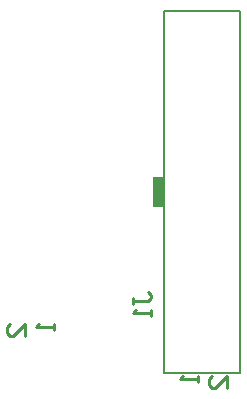
<source format=gbo>
G04*
G04 #@! TF.GenerationSoftware,Altium Limited,Altium Designer,23.0.1 (38)*
G04*
G04 Layer_Color=32896*
%FSLAX43Y43*%
%MOMM*%
G71*
G04*
G04 #@! TF.SameCoordinates,389A4634-ECA2-436D-B02D-3AC99B3800AC*
G04*
G04*
G04 #@! TF.FilePolarity,Positive*
G04*
G01*
G75*
%ADD10C,0.200*%
%ADD11C,0.254*%
G36*
X41021Y43561D02*
X42037D01*
Y41021D01*
X41021D01*
Y43561D01*
D02*
G37*
D10*
X42021Y44482D02*
Y57640D01*
X48403D01*
Y26942D02*
Y57640D01*
X42021Y26942D02*
X48403D01*
X42021D02*
Y44482D01*
D11*
X44878Y26688D02*
Y26189D01*
Y26439D01*
X43379D01*
X43629Y26688D01*
X47287Y25689D02*
Y26688D01*
X46288Y25689D01*
X46038D01*
X45788Y25939D01*
Y26439D01*
X46038Y26688D01*
X30230Y30115D02*
Y31115D01*
X29230Y30115D01*
X28980D01*
X28730Y30365D01*
Y30865D01*
X28980Y31115D01*
X32639D02*
Y30615D01*
Y30865D01*
X31139D01*
X31389Y31115D01*
X39370Y32766D02*
Y33274D01*
Y33020D01*
X40640D01*
X40894Y33274D01*
Y33528D01*
X40640Y33782D01*
X40894Y32258D02*
Y31750D01*
Y32004D01*
X39370D01*
X39624Y32258D01*
M02*

</source>
